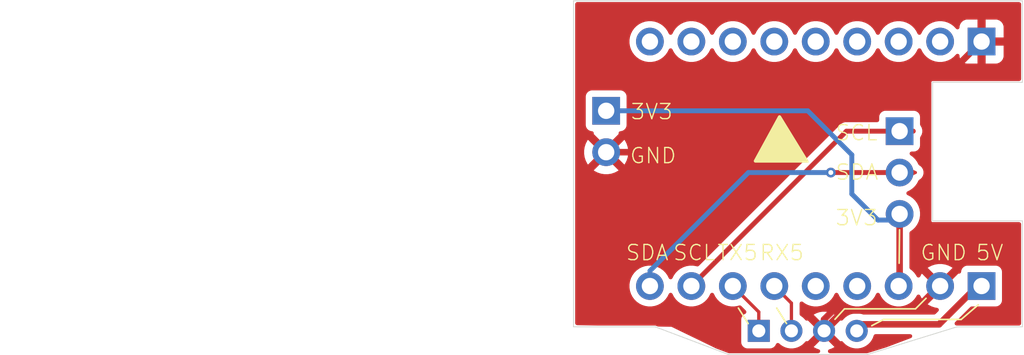
<source format=kicad_pcb>
(kicad_pcb (version 20241229) (generator "pcbnew") (generator_version "9.0")
  (layers (0 "F.Cu" signal) (2 "B.Cu" signal) (13 "F.Paste" user) (15 "B.Paste" user) (5 "F.SilkS" user "F.Silkscreen") (7 "B.SilkS" user "B.Silkscreen") (1 "F.Mask" user) (3 "B.Mask" user) (25 "Edge.Cuts" user))
  (net 0 "")
  (net 1 "/GND")
  (net 2 "/SDA0")
  (net 3 "/SCL0")
  (net 4 "/3V3")
  (net 7 "/5V")
  (net 14 "/RX5")
  (net 15 "/TX5")
  (footprint "Connector_PinHeader_2.54mm:PinHeader_1x02_P2.54mm_Vertical" (layer "F.Cu") (at 140 97.74737)
    (property "Reference" "PMW3901_PWR2" (hide yes))
    (property "Value" "Conn_01x02_Female" (hide yes))
    (pad "1" thru_hole rect (at -3 0) (size 1.7 1.7) (drill 1) (layers "*.Cu" "*.Mask") (net 4 "/3V3"))
    (pad "2" thru_hole circle (at -3 2.54) (size 1.7 1.7) (drill 1) (layers "*.Cu" "*.Mask") (net 1 "/GND"))
  )
  (footprint "Connector_PinHeader_2.00mm:PinHeader_1x04_P2.00mm_Vertical" (layer "F.Cu") (at 146.35 111.25 90)
    (property "Reference" "J1" (hide yes))
    (property "Value" "Conn_01x04_Socket" (hide yes))
    (pad "1" thru_hole rect (at 0 0 90) (size 1.35 1.35) (drill 0.8) (layers "*.Cu" "*.Mask") (net 15 "/TX5"))
    (pad "2" thru_hole circle (at 0 2 90) (size 1.35 1.35) (drill 0.8) (layers "*.Cu" "*.Mask") (net 14 "/RX5"))
    (pad "3" thru_hole circle (at 0 4 90) (size 1.35 1.35) (drill 0.8) (layers "*.Cu" "*.Mask") (net 1 "/GND"))
    (pad "4" thru_hole circle (at 0 6 90) (size 1.35 1.35) (drill 0.8) (layers "*.Cu" "*.Mask") (net 7 "/5V"))
  )
  (footprint "Connector_PinHeader_2.54mm:PinHeader_1x09_P2.54mm_Vertical" (layer "F.Cu") (at 160 108.5 -90)
    (property "Reference" "J2" (hide yes))
    (property "Value" "Conn_01x09_Socket" (hide yes))
    (pad "1" thru_hole rect (at 0 0 270) (size 1.7 1.7) (drill 1) (layers "*.Cu" "*.Mask") (net 7 "/5V"))
    (pad "2" thru_hole circle (at 0 2.54 270) (size 1.7 1.7) (drill 1) (layers "*.Cu" "*.Mask") (net 1 "/GND"))
    (pad "3" thru_hole circle (at 0 5.08 270) (size 1.7 1.7) (drill 1) (layers "*.Cu" "*.Mask") (net 4 "/3V3"))
    (pad "4" thru_hole circle (at 0 7.62 270) (size 1.7 1.7) (drill 1) (layers "*.Cu" "*.Mask"))
    (pad "5" thru_hole circle (at 0 10.16 270) (size 1.7 1.7) (drill 1) (layers "*.Cu" "*.Mask"))
    (pad "6" thru_hole circle (at 0 12.7 270) (size 1.7 1.7) (drill 1) (layers "*.Cu" "*.Mask") (net 14 "/RX5"))
    (pad "7" thru_hole circle (at 0 15.24 270) (size 1.7 1.7) (drill 1) (layers "*.Cu" "*.Mask") (net 15 "/TX5"))
    (pad "8" thru_hole circle (at 0 17.78 270) (size 1.7 1.7) (drill 1) (layers "*.Cu" "*.Mask") (net 3 "/SCL0"))
    (pad "9" thru_hole circle (at 0 20.32 270) (size 1.7 1.7) (drill 1) (layers "*.Cu" "*.Mask") (net 2 "/SDA0"))
  )
  (footprint "Connector_PinHeader_2.54mm:PinHeader_1x03_P2.54mm_Vertical" (layer "F.Cu") (at 154.251467 98.996703)
    (property "Reference" "Motor5" (hide yes))
    (property "Value" "Conn_01x03_Female" (hide yes))
    (pad "1" thru_hole rect (at 0.727219 0) (size 1.7 1.7) (drill 1) (layers "*.Cu" "*.Mask") (net 3 "/SCL0"))
    (pad "2" thru_hole circle (at 0.727219 2.54) (size 1.7 1.7) (drill 1) (layers "*.Cu" "*.Mask") (net 2 "/SDA0"))
    (pad "3" thru_hole circle (at 0.727219 5.08) (size 1.7 1.7) (drill 1) (layers "*.Cu" "*.Mask") (net 4 "/3V3"))
  )
  (footprint "Connector_PinHeader_2.54mm:PinHeader_1x09_P2.54mm_Vertical" (layer "F.Cu") (at 160 93.5 -90)
    (property "Reference" "J3" (hide yes))
    (property "Value" "Conn_01x09_Socket" (hide yes))
    (pad "1" thru_hole rect (at 0 0 270) (size 1.7 1.7) (drill 1) (layers "*.Cu" "*.Mask") (net 1 "/GND"))
    (pad "2" thru_hole circle (at 0 2.54 270) (size 1.7 1.7) (drill 1) (layers "*.Cu" "*.Mask"))
    (pad "3" thru_hole circle (at 0 5.08 270) (size 1.7 1.7) (drill 1) (layers "*.Cu" "*.Mask"))
    (pad "4" thru_hole circle (at 0 7.62 270) (size 1.7 1.7) (drill 1) (layers "*.Cu" "*.Mask"))
    (pad "5" thru_hole circle (at 0 10.16 270) (size 1.7 1.7) (drill 1) (layers "*.Cu" "*.Mask"))
    (pad "6" thru_hole circle (at 0 12.7 270) (size 1.7 1.7) (drill 1) (layers "*.Cu" "*.Mask"))
    (pad "7" thru_hole circle (at 0 15.24 270) (size 1.7 1.7) (drill 1) (layers "*.Cu" "*.Mask"))
    (pad "8" thru_hole circle (at 0 17.78 270) (size 1.7 1.7) (drill 1) (layers "*.Cu" "*.Mask"))
    (pad "9" thru_hole circle (at 0 20.32 270) (size 1.7 1.7) (drill 1) (layers "*.Cu" "*.Mask"))
  )
  (gr_line (start 145.1 109.85) (end 145.7 110.8) (stroke (width 0.1)) (layer "F.SilkS"))
  (gr_line (start 159.8 109.65) (end 158.75 110.55) (stroke (width 0.1)) (layer "F.SilkS"))
  (gr_line (start 154 110.55) (end 153.273587 110.931937) (stroke (width 0.1)) (layer "F.SilkS"))
  (gr_poly (pts (xy 147.621489 98.120474) (xy 146.142928 100.827907) (xy 149.279472 100.827907)) (stroke (width 0.2)) (fill yes) (layer "F.SilkS"))
  (gr_line (start 158.75 110.55) (end 154 110.55) (stroke (width 0.1)) (layer "F.SilkS"))
  (gr_line (start 156.6 109.25) (end 155.95 109.9) (stroke (width 0.1)) (layer "F.SilkS"))
  (gr_line (start 151.6 109.9) (end 151.017796 110.538937) (stroke (width 0.1)) (layer "F.SilkS"))
  (gr_line (start 147.45 109.85) (end 148.05 110.8) (stroke (width 0.1)) (layer "F.SilkS"))
  (gr_line (start 154.975 105.05) (end 154.95 107.1) (stroke (width 0.1)) (layer "F.SilkS"))
  (gr_line (start 155.95 109.9) (end 151.6 109.9) (stroke (width 0.1)) (layer "F.SilkS"))
  (gr_line (start 162.5 104.5) (end 162.5 111) (stroke (width 0.05)) (layer "Edge.Cuts"))
  (gr_line (start 162.5 96) (end 157 96) (stroke (width 0.05)) (layer "Edge.Cuts"))
  (gr_line (start 162.5 91) (end 162.5 96) (stroke (width 0.05)) (layer "Edge.Cuts"))
  (gr_line (start 158.5 111) (end 162.5 111) (stroke (width 0.05)) (layer "Edge.Cuts"))
  (gr_line (start 135 111) (end 140 111) (stroke (width 0.05)) (layer "Edge.Cuts"))
  (gr_line (start 135 91) (end 162.5 91) (stroke (width 0.05)) (layer "Edge.Cuts"))
  (gr_line (start 158.5 111) (end 153 112.7) (stroke (width 0.05)) (layer "Edge.Cuts"))
  (gr_line (start 135 91) (end 135 111) (stroke (width 0.05)) (layer "Edge.Cuts"))
  (gr_line (start 157 96) (end 157 104.5) (stroke (width 0.05)) (layer "Edge.Cuts"))
  (gr_line (start 140 111) (end 144.5 112.7) (stroke (width 0.05)) (layer "Edge.Cuts"))
  (gr_line (start 144.5 112.7) (end 153 112.7) (stroke (width 0.05)) (layer "Edge.Cuts"))
  (gr_line (start 162.5 104.5) (end 157 104.5) (stroke (width 0.05)) (layer "Edge.Cuts"))
  (gr_text "" (at 99.861386 109.494652 0) (layer "F.Cu") (effects (font (size 0.93472 0.93472) (thickness 0.08128)) (justify left bottom)))
  (gr_text "GND" (at 138.4 101.05 0) (layer "F.SilkS") (effects (font (size 0.93472 0.93472) (thickness 0.08128)) (justify left bottom)))
  (gr_text "SCL" (at 151 99.64312 0) (layer "F.SilkS") (effects (font (size 0.93472 0.93472) (thickness 0.08128)) (justify left bottom)))
  (gr_text "SDA" (at 151 102.058852 0) (layer "F.SilkS") (effects (font (size 0.93472 0.93472) (thickness 0.08128)) (justify left bottom)))
  (gr_text "GND" (at 156.2 107 0) (layer "F.SilkS") (effects (font (size 0.93472 0.93472) (thickness 0.08128)) (justify left bottom)))
  (gr_text "RX5" (at 146.35 107 0) (layer "F.SilkS") (effects (font (size 0.93472 0.93472) (thickness 0.08128)) (justify left bottom)))
  (gr_text "SCL" (at 141.05 107 0) (layer "F.SilkS") (effects (font (size 0.93472 0.93472) (thickness 0.08128)) (justify left bottom)))
  (gr_text "5V" (at 159.6 107 0) (layer "F.SilkS") (effects (font (size 0.93472 0.93472) (thickness 0.08128)) (justify left bottom)))
  (gr_text "SDA" (at 138.15 107 0) (layer "F.SilkS") (effects (font (size 0.93472 0.93472) (thickness 0.08128)) (justify left bottom)))
  (gr_text "TX5" (at 143.75 107 0) (layer "F.SilkS") (effects (font (size 0.93472 0.93472) (thickness 0.08128)) (justify left bottom)))
  (gr_text "3V3" (at 151 104.855656 0) (layer "F.SilkS") (effects (font (size 0.93472 0.93472) (thickness 0.08128)) (justify left bottom)))
  (gr_text "3V3" (at 138.45 98.35 0) (layer "F.SilkS") (effects (font (size 0.93472 0.93472) (thickness 0.08128)) (justify left bottom)))
  (segment (start 150.35 111.25) (end 150.35 110.55) (width 0.4) (layer "F.Cu") (net 1))
  (segment (start 155.96 110) (end 157.46 108.5) (width 0.4) (layer "F.Cu") (net 1))
  (segment (start 156 96.6) (end 144.85 96.6) (width 0.4) (layer "F.Cu") (net 1))
  (segment (start 150.35 110.55) (end 150.9 110) (width 0.4) (layer "F.Cu") (net 1))
  (segment (start 156 96.6) (end 157.3534 95.2466) (width 0.4) (layer "F.Cu") (net 1))
  (segment (start 158.2534 95.2466) (end 160 93.5) (width 0.4) (layer "F.Cu") (net 1))
  (segment (start 157.3534 95.2466) (end 158.2534 95.2466) (width 0.4) (layer "F.Cu") (net 1))
  (segment (start 150.9 110) (end 155.96 110) (width 0.4) (layer "F.Cu") (net 1))
  (segment (start 141.16263 100.28737) (end 137.837711 100.28737) (width 0.4) (layer "F.Cu") (net 1))
  (segment (start 144.85 96.6) (end 141.16263 100.28737) (width 0.4) (layer "F.Cu") (net 1))
  (segment (start 155.816397 101.536703) (end 155.941279 101.536703) (width 0.2) (layer "F.Cu") (net 2))
  (segment (start 155.816397 101.536703) (end 150.763297 101.536703) (width 0.3) (layer "F.Cu") (net 2))
  (segment (start 150.75 101.55) (end 150.763297 101.536703) (width 0.2) (layer "F.Cu") (net 2))
  (via (at 150.763297 101.536703) (size 0.6) (drill 0.3) (layers "F.Cu" "B.Cu") (net 2))
  (segment (start 145.713297 101.536703) (end 139.68 107.57) (width 0.3) (layer "B.Cu") (net 2))
  (segment (start 150.763297 101.536703) (end 145.713297 101.536703) (width 0.3) (layer "B.Cu") (net 2))
  (segment (start 139.68 107.57) (end 139.68 108.5) (width 0.2) (layer "B.Cu") (net 2))
  (segment (start 151.723297 98.996703) (end 155.816397 98.996703) (width 0.3) (layer "F.Cu") (net 3))
  (segment (start 142.22 108.5) (end 151.723297 98.996703) (width 0.3) (layer "F.Cu") (net 3))
  (segment (start 154.978686 104.076703) (end 154.978686 108.441314) (width 0.4) (layer "F.Cu") (net 4))
  (segment (start 154.978686 108.441314) (end 154.92 108.5) (width 0.2) (layer "F.Cu") (net 4))
  (segment (start 152.05 100.44737) (end 152.05 102.85) (width 0.3) (layer "B.Cu") (net 4))
  (segment (start 137.837711 97.74737) (end 149.35 97.74737) (width 0.3) (layer "B.Cu") (net 4))
  (segment (start 153.65 104.45) (end 154.605389 104.45) (width 0.3) (layer "B.Cu") (net 4))
  (segment (start 152.05 102.85) (end 153.65 104.45) (width 0.3) (layer "B.Cu") (net 4))
  (segment (start 154.605389 104.45) (end 154.978686 104.076703) (width 0.3) (layer "B.Cu") (net 4))
  (segment (start 149.35 97.74737) (end 152.05 100.44737) (width 0.3) (layer "B.Cu") (net 4))
  (segment (start 160 108.5) (end 159.745644 108.5) (width 0.2) (layer "F.Cu") (net 7))
  (segment (start 152.75 110.85) (end 152.35 111.25) (width 0.2) (layer "F.Cu") (net 7))
  (segment (start 157.395644 110.85) (end 152.75 110.85) (width 0.4) (layer "F.Cu") (net 7))
  (segment (start 159.745644 108.5) (end 157.395644 110.85) (width 0.4) (layer "F.Cu") (net 7))
  (segment (start 147.3 108.5) (end 148.35 109.55) (width 0.2) (layer "F.Cu") (net 14))
  (segment (start 148.35 109.55) (end 148.35 111.25) (width 0.2) (layer "F.Cu") (net 14))
  (segment (start 146.35 110.09) (end 146.35 111.25) (width 0.2) (layer "F.Cu") (net 15))
  (segment (start 144.76 108.5) (end 146.35 110.09) (width 0.2) (layer "F.Cu") (net 15))
  (zone (net 1) (net_name "/GND") (layer "F.Cu") (connect_pads (clearance 0.4)) (min_thickness 0.25) (fill yes (thermal_gap 0.5) (thermal_bridge_width 0.5))
    (polygon (pts (xy 135.1 90.95) (xy 162.6 91) (xy 162.45 96) (xy 157 96.05) (xy 157 104.55) (xy 162.55 104.5) (xy 162.5 111) (xy 157.5 111) (xy 153 112.7) (xy 144.5 112.7) (xy 141 111) (xy 135.1 110.9)))
  )
)
</source>
